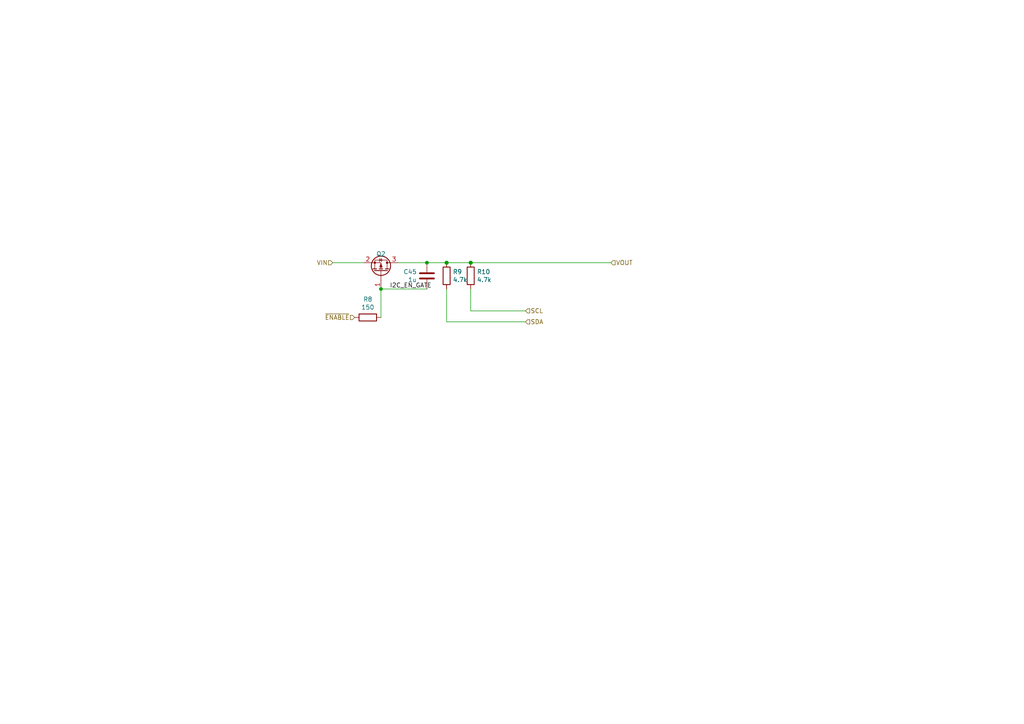
<source format=kicad_sch>
(kicad_sch (version 20221110) (generator eeschema)
  (paper "A4")
  (lib_symbols
    (symbol "Device:C" (pin_numbers hide) (pin_names (offset 0.254))
      (property "Reference" "C" (at 0.635 2.54 0))
      (property "Value" "C" (at 0.635 -2.54 0))
      (symbol "C_0_1"
        (polyline (pts (xy -2.032 -0.762) (xy 2.032 -0.762)) (stroke (width 0.508)))
        (polyline (pts (xy -2.032 0.762) (xy 2.032 0.762)) (stroke (width 0.508)))
      )
      (symbol "C_1_1"
        (pin passive line (at 0 3.81 270) (length 2.794) (name "~") (number "1"))
        (pin passive line (at 0 -3.81 90) (length 2.794) (name "~") (number "2"))
      )
    )
    (symbol "Device:Q_PMOS_GSD" (pin_names (offset 0) hide)
      (property "Reference" "Q" (at 5.08 1.27 0))
      (property "Value" "Q_PMOS_GSD" (at 5.08 -1.27 0))
      (symbol "Q_PMOS_GSD_0_1"
        (polyline (pts (xy 0.254 0) (xy -2.54 0)))
        (polyline (pts (xy 0.254 1.905) (xy 0.254 -1.905)) (stroke (width 0.254)))
        (polyline (pts (xy 0.762 -1.27) (xy 0.762 -2.286)) (stroke (width 0.254)))
        (polyline (pts (xy 0.762 0.508) (xy 0.762 -0.508)) (stroke (width 0.254)))
        (polyline (pts (xy 0.762 2.286) (xy 0.762 1.27)) (stroke (width 0.254)))
        (polyline (pts (xy 2.54 2.54) (xy 2.54 1.778)))
        (polyline (pts (xy 2.54 -2.54) (xy 2.54 0) (xy 0.762 0)))
        (polyline (pts (xy 0.762 1.778) (xy 3.302 1.778) (xy 3.302 -1.778) (xy 0.762 -1.778)))
        (polyline (pts (xy 2.286 0) (xy 1.27 0.381) (xy 1.27 -0.381) (xy 2.286 0)) (fill (type outline)))
        (polyline (pts (xy 2.794 -0.508) (xy 2.921 -0.381) (xy 3.683 -0.381) (xy 3.81 -0.254)))
        (polyline (pts (xy 3.302 -0.381) (xy 2.921 0.254) (xy 3.683 0.254) (xy 3.302 -0.381)))
        (circle (center 1.651 0) (radius 2.794) (stroke (width 0.254)))
        (circle (center 2.54 -1.778) (radius 0.254) (fill (type outline)))
        (circle (center 2.54 1.778) (radius 0.254) (fill (type outline)))
      )
      (symbol "Q_PMOS_GSD_1_1"
        (pin input line (at -5.08 0 0) (length 2.54) (name "G") (number "1"))
        (pin passive line (at 2.54 -5.08 90) (length 2.54) (name "S") (number "2"))
        (pin passive line (at 2.54 5.08 270) (length 2.54) (name "D") (number "3"))
      )
    )
    (symbol "Device:R" (pin_numbers hide) (pin_names (offset 0))
      (property "Reference" "R" (at 2.032 0 90))
      (property "Value" "R" (at 0 0 90))
      (symbol "R_0_1"
        (rectangle (start -1.016 -2.54) (end 1.016 2.54) (stroke (width 0.254)))
      )
      (symbol "R_1_1"
        (pin passive line (at 0 3.81 270) (length 1.27) (name "~") (number "1"))
        (pin passive line (at 0 -3.81 90) (length 1.27) (name "~") (number "2"))
      )
    )
  )
  (junction (at 129.54 76.2) (diameter 1.016))
  (junction (at 136.525 76.2) (diameter 1.016))
  (junction (at 110.49 83.82))
  (junction (at 123.825 76.2))
  (wire (pts (xy 136.525 90.17) (xy 152.4 90.17)))
  (wire (pts (xy 123.825 76.2) (xy 129.54 76.2)))
  (wire (pts (xy 110.49 83.82) (xy 123.825 83.82)))
  (wire (pts (xy 129.54 93.345) (xy 152.4 93.345)))
  (wire (pts (xy 96.52 76.2) (xy 105.41 76.2)))
  (wire (pts (xy 136.525 76.2) (xy 129.54 76.2)))
  (wire (pts (xy 115.57 76.2) (xy 123.825 76.2)))
  (wire (pts (xy 136.525 83.82) (xy 136.525 90.17)))
  (wire (pts (xy 110.49 92.075) (xy 110.49 83.82)))
  (wire (pts (xy 129.54 83.82) (xy 129.54 93.345)))
  (wire (pts (xy 136.525 76.2) (xy 177.165 76.2)))
  (label "I2C_EN_GATE" (at 113.03 83.82 0))
  (hierarchical_label "SCL" (shape input) (at 152.4 90.17 0))
  (hierarchical_label "VOUT" (shape input) (at 177.165 76.2 0))
  (hierarchical_label "~{ENABLE}" (shape input) (at 102.87 92.075 180))
  (hierarchical_label "VIN" (shape input) (at 96.52 76.2 180))
  (hierarchical_label "SDA" (shape input) (at 152.4 93.345 0))
  (symbol (lib_id "Device:R") (at 129.54 80.01 0) (unit 1)
    (property "Reference" "R9" (at 131.318 78.8416 0) (effects (justify left)))
    (property "Value" "4.7k" (at 131.318 81.153 0) (effects (justify left)))
    (property "Footprint" "Resistor_SMD:R_0603_1608Metric" (effects hide))
    (property "LCSC" "C23162" (effects hide))
  )
  (symbol (lib_id "Device:Q_PMOS_GSD") (at 110.49 78.74 270) (mirror x) (unit 1)
    (property "Reference" "Q2" (at 110.49 73.66 90))
    (property "Value" "NX2301P" (effects hide))
    (property "Footprint" "Package_TO_SOT_SMD:SOT-23" (effects hide))
    (property "PartNo" "NX2301P,215 " (effects hide))
    (property "Manufacturer" "NXP" (effects hide))
    (property "Distributor" "1894738" (effects hide))
    (property "Comment" "Exact as specified" (effects hide))
    (property "LCSC" "C15127" (effects hide))
  )
  (symbol (lib_id "Device:R") (at 136.525 80.01 0) (unit 1)
    (property "Reference" "R10" (at 138.303 78.8416 0) (effects (justify left)))
    (property "Value" "4.7k" (at 138.303 81.153 0) (effects (justify left)))
    (property "Footprint" "Resistor_SMD:R_0603_1608Metric" (effects hide))
    (property "LCSC" "C23162" (effects hide))
  )
  (symbol (lib_id "Device:C") (at 123.825 80.01 0) (mirror y) (unit 1)
    (property "Reference" "C45" (at 120.904 78.8416 0) (effects (justify left)))
    (property "Value" "1u" (at 120.904 81.153 0) (effects (justify left)))
    (property "Footprint" "Capacitor_SMD:C_0402_1005Metric" (effects hide))
    (property "LCSC" "C52923" (effects hide))
  )
  (symbol (lib_id "Device:R") (at 106.68 92.075 270) (unit 1)
    (property "Reference" "R8" (at 106.68 86.8172 90))
    (property "Value" "150" (at 106.68 89.1286 90))
    (property "Footprint" "Resistor_SMD:R_0603_1608Metric" (effects hide))
    (property "LCSC" "C22808" (effects hide))
  )
)
</source>
